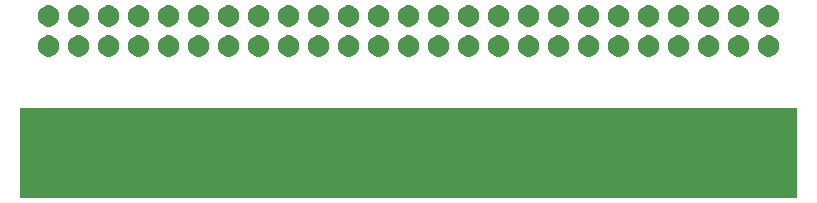
<source format=gbr>
G04 #@! TF.GenerationSoftware,KiCad,Pcbnew,(5.1.5-0-10_14)*
G04 #@! TF.CreationDate,2021-02-08T21:24:19-05:00*
G04 #@! TF.ProjectId,apple-ii-breadboard-card,6170706c-652d-4696-992d-627265616462,1.1*
G04 #@! TF.SameCoordinates,Original*
G04 #@! TF.FileFunction,Soldermask,Bot*
G04 #@! TF.FilePolarity,Negative*
%FSLAX46Y46*%
G04 Gerber Fmt 4.6, Leading zero omitted, Abs format (unit mm)*
G04 Created by KiCad (PCBNEW (5.1.5-0-10_14)) date 2021-02-08 21:24:19*
%MOMM*%
%LPD*%
G04 APERTURE LIST*
%ADD10C,0.100000*%
G04 APERTURE END LIST*
D10*
G36*
X233553000Y-124587000D02*
G01*
X232537000Y-124587000D01*
X232537000Y-132207000D01*
X233553000Y-132207000D01*
X233553000Y-124587000D01*
G37*
G36*
X167767000Y-124587000D02*
G01*
X167767000Y-132207000D01*
X168783000Y-132207000D01*
X168783000Y-124587000D01*
X167767000Y-124587000D01*
G37*
G36*
X232537000Y-132207000D02*
G01*
X168783000Y-132207000D01*
X168783000Y-124587000D01*
X232537000Y-124587000D01*
X232537000Y-132207000D01*
G37*
G36*
X200773512Y-118483927D02*
G01*
X200922812Y-118513624D01*
X201086784Y-118581544D01*
X201234354Y-118680147D01*
X201359853Y-118805646D01*
X201458456Y-118953216D01*
X201526376Y-119117188D01*
X201561000Y-119291259D01*
X201561000Y-119468741D01*
X201526376Y-119642812D01*
X201458456Y-119806784D01*
X201359853Y-119954354D01*
X201234354Y-120079853D01*
X201086784Y-120178456D01*
X200922812Y-120246376D01*
X200773512Y-120276073D01*
X200748742Y-120281000D01*
X200571258Y-120281000D01*
X200546488Y-120276073D01*
X200397188Y-120246376D01*
X200233216Y-120178456D01*
X200085646Y-120079853D01*
X199960147Y-119954354D01*
X199861544Y-119806784D01*
X199793624Y-119642812D01*
X199759000Y-119468741D01*
X199759000Y-119291259D01*
X199793624Y-119117188D01*
X199861544Y-118953216D01*
X199960147Y-118805646D01*
X200085646Y-118680147D01*
X200233216Y-118581544D01*
X200397188Y-118513624D01*
X200546488Y-118483927D01*
X200571258Y-118479000D01*
X200748742Y-118479000D01*
X200773512Y-118483927D01*
G37*
G36*
X231253512Y-118483927D02*
G01*
X231402812Y-118513624D01*
X231566784Y-118581544D01*
X231714354Y-118680147D01*
X231839853Y-118805646D01*
X231938456Y-118953216D01*
X232006376Y-119117188D01*
X232041000Y-119291259D01*
X232041000Y-119468741D01*
X232006376Y-119642812D01*
X231938456Y-119806784D01*
X231839853Y-119954354D01*
X231714354Y-120079853D01*
X231566784Y-120178456D01*
X231402812Y-120246376D01*
X231253512Y-120276073D01*
X231228742Y-120281000D01*
X231051258Y-120281000D01*
X231026488Y-120276073D01*
X230877188Y-120246376D01*
X230713216Y-120178456D01*
X230565646Y-120079853D01*
X230440147Y-119954354D01*
X230341544Y-119806784D01*
X230273624Y-119642812D01*
X230239000Y-119468741D01*
X230239000Y-119291259D01*
X230273624Y-119117188D01*
X230341544Y-118953216D01*
X230440147Y-118805646D01*
X230565646Y-118680147D01*
X230713216Y-118581544D01*
X230877188Y-118513624D01*
X231026488Y-118483927D01*
X231051258Y-118479000D01*
X231228742Y-118479000D01*
X231253512Y-118483927D01*
G37*
G36*
X228713512Y-118483927D02*
G01*
X228862812Y-118513624D01*
X229026784Y-118581544D01*
X229174354Y-118680147D01*
X229299853Y-118805646D01*
X229398456Y-118953216D01*
X229466376Y-119117188D01*
X229501000Y-119291259D01*
X229501000Y-119468741D01*
X229466376Y-119642812D01*
X229398456Y-119806784D01*
X229299853Y-119954354D01*
X229174354Y-120079853D01*
X229026784Y-120178456D01*
X228862812Y-120246376D01*
X228713512Y-120276073D01*
X228688742Y-120281000D01*
X228511258Y-120281000D01*
X228486488Y-120276073D01*
X228337188Y-120246376D01*
X228173216Y-120178456D01*
X228025646Y-120079853D01*
X227900147Y-119954354D01*
X227801544Y-119806784D01*
X227733624Y-119642812D01*
X227699000Y-119468741D01*
X227699000Y-119291259D01*
X227733624Y-119117188D01*
X227801544Y-118953216D01*
X227900147Y-118805646D01*
X228025646Y-118680147D01*
X228173216Y-118581544D01*
X228337188Y-118513624D01*
X228486488Y-118483927D01*
X228511258Y-118479000D01*
X228688742Y-118479000D01*
X228713512Y-118483927D01*
G37*
G36*
X226173512Y-118483927D02*
G01*
X226322812Y-118513624D01*
X226486784Y-118581544D01*
X226634354Y-118680147D01*
X226759853Y-118805646D01*
X226858456Y-118953216D01*
X226926376Y-119117188D01*
X226961000Y-119291259D01*
X226961000Y-119468741D01*
X226926376Y-119642812D01*
X226858456Y-119806784D01*
X226759853Y-119954354D01*
X226634354Y-120079853D01*
X226486784Y-120178456D01*
X226322812Y-120246376D01*
X226173512Y-120276073D01*
X226148742Y-120281000D01*
X225971258Y-120281000D01*
X225946488Y-120276073D01*
X225797188Y-120246376D01*
X225633216Y-120178456D01*
X225485646Y-120079853D01*
X225360147Y-119954354D01*
X225261544Y-119806784D01*
X225193624Y-119642812D01*
X225159000Y-119468741D01*
X225159000Y-119291259D01*
X225193624Y-119117188D01*
X225261544Y-118953216D01*
X225360147Y-118805646D01*
X225485646Y-118680147D01*
X225633216Y-118581544D01*
X225797188Y-118513624D01*
X225946488Y-118483927D01*
X225971258Y-118479000D01*
X226148742Y-118479000D01*
X226173512Y-118483927D01*
G37*
G36*
X223633512Y-118483927D02*
G01*
X223782812Y-118513624D01*
X223946784Y-118581544D01*
X224094354Y-118680147D01*
X224219853Y-118805646D01*
X224318456Y-118953216D01*
X224386376Y-119117188D01*
X224421000Y-119291259D01*
X224421000Y-119468741D01*
X224386376Y-119642812D01*
X224318456Y-119806784D01*
X224219853Y-119954354D01*
X224094354Y-120079853D01*
X223946784Y-120178456D01*
X223782812Y-120246376D01*
X223633512Y-120276073D01*
X223608742Y-120281000D01*
X223431258Y-120281000D01*
X223406488Y-120276073D01*
X223257188Y-120246376D01*
X223093216Y-120178456D01*
X222945646Y-120079853D01*
X222820147Y-119954354D01*
X222721544Y-119806784D01*
X222653624Y-119642812D01*
X222619000Y-119468741D01*
X222619000Y-119291259D01*
X222653624Y-119117188D01*
X222721544Y-118953216D01*
X222820147Y-118805646D01*
X222945646Y-118680147D01*
X223093216Y-118581544D01*
X223257188Y-118513624D01*
X223406488Y-118483927D01*
X223431258Y-118479000D01*
X223608742Y-118479000D01*
X223633512Y-118483927D01*
G37*
G36*
X221093512Y-118483927D02*
G01*
X221242812Y-118513624D01*
X221406784Y-118581544D01*
X221554354Y-118680147D01*
X221679853Y-118805646D01*
X221778456Y-118953216D01*
X221846376Y-119117188D01*
X221881000Y-119291259D01*
X221881000Y-119468741D01*
X221846376Y-119642812D01*
X221778456Y-119806784D01*
X221679853Y-119954354D01*
X221554354Y-120079853D01*
X221406784Y-120178456D01*
X221242812Y-120246376D01*
X221093512Y-120276073D01*
X221068742Y-120281000D01*
X220891258Y-120281000D01*
X220866488Y-120276073D01*
X220717188Y-120246376D01*
X220553216Y-120178456D01*
X220405646Y-120079853D01*
X220280147Y-119954354D01*
X220181544Y-119806784D01*
X220113624Y-119642812D01*
X220079000Y-119468741D01*
X220079000Y-119291259D01*
X220113624Y-119117188D01*
X220181544Y-118953216D01*
X220280147Y-118805646D01*
X220405646Y-118680147D01*
X220553216Y-118581544D01*
X220717188Y-118513624D01*
X220866488Y-118483927D01*
X220891258Y-118479000D01*
X221068742Y-118479000D01*
X221093512Y-118483927D01*
G37*
G36*
X218553512Y-118483927D02*
G01*
X218702812Y-118513624D01*
X218866784Y-118581544D01*
X219014354Y-118680147D01*
X219139853Y-118805646D01*
X219238456Y-118953216D01*
X219306376Y-119117188D01*
X219341000Y-119291259D01*
X219341000Y-119468741D01*
X219306376Y-119642812D01*
X219238456Y-119806784D01*
X219139853Y-119954354D01*
X219014354Y-120079853D01*
X218866784Y-120178456D01*
X218702812Y-120246376D01*
X218553512Y-120276073D01*
X218528742Y-120281000D01*
X218351258Y-120281000D01*
X218326488Y-120276073D01*
X218177188Y-120246376D01*
X218013216Y-120178456D01*
X217865646Y-120079853D01*
X217740147Y-119954354D01*
X217641544Y-119806784D01*
X217573624Y-119642812D01*
X217539000Y-119468741D01*
X217539000Y-119291259D01*
X217573624Y-119117188D01*
X217641544Y-118953216D01*
X217740147Y-118805646D01*
X217865646Y-118680147D01*
X218013216Y-118581544D01*
X218177188Y-118513624D01*
X218326488Y-118483927D01*
X218351258Y-118479000D01*
X218528742Y-118479000D01*
X218553512Y-118483927D01*
G37*
G36*
X216013512Y-118483927D02*
G01*
X216162812Y-118513624D01*
X216326784Y-118581544D01*
X216474354Y-118680147D01*
X216599853Y-118805646D01*
X216698456Y-118953216D01*
X216766376Y-119117188D01*
X216801000Y-119291259D01*
X216801000Y-119468741D01*
X216766376Y-119642812D01*
X216698456Y-119806784D01*
X216599853Y-119954354D01*
X216474354Y-120079853D01*
X216326784Y-120178456D01*
X216162812Y-120246376D01*
X216013512Y-120276073D01*
X215988742Y-120281000D01*
X215811258Y-120281000D01*
X215786488Y-120276073D01*
X215637188Y-120246376D01*
X215473216Y-120178456D01*
X215325646Y-120079853D01*
X215200147Y-119954354D01*
X215101544Y-119806784D01*
X215033624Y-119642812D01*
X214999000Y-119468741D01*
X214999000Y-119291259D01*
X215033624Y-119117188D01*
X215101544Y-118953216D01*
X215200147Y-118805646D01*
X215325646Y-118680147D01*
X215473216Y-118581544D01*
X215637188Y-118513624D01*
X215786488Y-118483927D01*
X215811258Y-118479000D01*
X215988742Y-118479000D01*
X216013512Y-118483927D01*
G37*
G36*
X213473512Y-118483927D02*
G01*
X213622812Y-118513624D01*
X213786784Y-118581544D01*
X213934354Y-118680147D01*
X214059853Y-118805646D01*
X214158456Y-118953216D01*
X214226376Y-119117188D01*
X214261000Y-119291259D01*
X214261000Y-119468741D01*
X214226376Y-119642812D01*
X214158456Y-119806784D01*
X214059853Y-119954354D01*
X213934354Y-120079853D01*
X213786784Y-120178456D01*
X213622812Y-120246376D01*
X213473512Y-120276073D01*
X213448742Y-120281000D01*
X213271258Y-120281000D01*
X213246488Y-120276073D01*
X213097188Y-120246376D01*
X212933216Y-120178456D01*
X212785646Y-120079853D01*
X212660147Y-119954354D01*
X212561544Y-119806784D01*
X212493624Y-119642812D01*
X212459000Y-119468741D01*
X212459000Y-119291259D01*
X212493624Y-119117188D01*
X212561544Y-118953216D01*
X212660147Y-118805646D01*
X212785646Y-118680147D01*
X212933216Y-118581544D01*
X213097188Y-118513624D01*
X213246488Y-118483927D01*
X213271258Y-118479000D01*
X213448742Y-118479000D01*
X213473512Y-118483927D01*
G37*
G36*
X210933512Y-118483927D02*
G01*
X211082812Y-118513624D01*
X211246784Y-118581544D01*
X211394354Y-118680147D01*
X211519853Y-118805646D01*
X211618456Y-118953216D01*
X211686376Y-119117188D01*
X211721000Y-119291259D01*
X211721000Y-119468741D01*
X211686376Y-119642812D01*
X211618456Y-119806784D01*
X211519853Y-119954354D01*
X211394354Y-120079853D01*
X211246784Y-120178456D01*
X211082812Y-120246376D01*
X210933512Y-120276073D01*
X210908742Y-120281000D01*
X210731258Y-120281000D01*
X210706488Y-120276073D01*
X210557188Y-120246376D01*
X210393216Y-120178456D01*
X210245646Y-120079853D01*
X210120147Y-119954354D01*
X210021544Y-119806784D01*
X209953624Y-119642812D01*
X209919000Y-119468741D01*
X209919000Y-119291259D01*
X209953624Y-119117188D01*
X210021544Y-118953216D01*
X210120147Y-118805646D01*
X210245646Y-118680147D01*
X210393216Y-118581544D01*
X210557188Y-118513624D01*
X210706488Y-118483927D01*
X210731258Y-118479000D01*
X210908742Y-118479000D01*
X210933512Y-118483927D01*
G37*
G36*
X208393512Y-118483927D02*
G01*
X208542812Y-118513624D01*
X208706784Y-118581544D01*
X208854354Y-118680147D01*
X208979853Y-118805646D01*
X209078456Y-118953216D01*
X209146376Y-119117188D01*
X209181000Y-119291259D01*
X209181000Y-119468741D01*
X209146376Y-119642812D01*
X209078456Y-119806784D01*
X208979853Y-119954354D01*
X208854354Y-120079853D01*
X208706784Y-120178456D01*
X208542812Y-120246376D01*
X208393512Y-120276073D01*
X208368742Y-120281000D01*
X208191258Y-120281000D01*
X208166488Y-120276073D01*
X208017188Y-120246376D01*
X207853216Y-120178456D01*
X207705646Y-120079853D01*
X207580147Y-119954354D01*
X207481544Y-119806784D01*
X207413624Y-119642812D01*
X207379000Y-119468741D01*
X207379000Y-119291259D01*
X207413624Y-119117188D01*
X207481544Y-118953216D01*
X207580147Y-118805646D01*
X207705646Y-118680147D01*
X207853216Y-118581544D01*
X208017188Y-118513624D01*
X208166488Y-118483927D01*
X208191258Y-118479000D01*
X208368742Y-118479000D01*
X208393512Y-118483927D01*
G37*
G36*
X205853512Y-118483927D02*
G01*
X206002812Y-118513624D01*
X206166784Y-118581544D01*
X206314354Y-118680147D01*
X206439853Y-118805646D01*
X206538456Y-118953216D01*
X206606376Y-119117188D01*
X206641000Y-119291259D01*
X206641000Y-119468741D01*
X206606376Y-119642812D01*
X206538456Y-119806784D01*
X206439853Y-119954354D01*
X206314354Y-120079853D01*
X206166784Y-120178456D01*
X206002812Y-120246376D01*
X205853512Y-120276073D01*
X205828742Y-120281000D01*
X205651258Y-120281000D01*
X205626488Y-120276073D01*
X205477188Y-120246376D01*
X205313216Y-120178456D01*
X205165646Y-120079853D01*
X205040147Y-119954354D01*
X204941544Y-119806784D01*
X204873624Y-119642812D01*
X204839000Y-119468741D01*
X204839000Y-119291259D01*
X204873624Y-119117188D01*
X204941544Y-118953216D01*
X205040147Y-118805646D01*
X205165646Y-118680147D01*
X205313216Y-118581544D01*
X205477188Y-118513624D01*
X205626488Y-118483927D01*
X205651258Y-118479000D01*
X205828742Y-118479000D01*
X205853512Y-118483927D01*
G37*
G36*
X203313512Y-118483927D02*
G01*
X203462812Y-118513624D01*
X203626784Y-118581544D01*
X203774354Y-118680147D01*
X203899853Y-118805646D01*
X203998456Y-118953216D01*
X204066376Y-119117188D01*
X204101000Y-119291259D01*
X204101000Y-119468741D01*
X204066376Y-119642812D01*
X203998456Y-119806784D01*
X203899853Y-119954354D01*
X203774354Y-120079853D01*
X203626784Y-120178456D01*
X203462812Y-120246376D01*
X203313512Y-120276073D01*
X203288742Y-120281000D01*
X203111258Y-120281000D01*
X203086488Y-120276073D01*
X202937188Y-120246376D01*
X202773216Y-120178456D01*
X202625646Y-120079853D01*
X202500147Y-119954354D01*
X202401544Y-119806784D01*
X202333624Y-119642812D01*
X202299000Y-119468741D01*
X202299000Y-119291259D01*
X202333624Y-119117188D01*
X202401544Y-118953216D01*
X202500147Y-118805646D01*
X202625646Y-118680147D01*
X202773216Y-118581544D01*
X202937188Y-118513624D01*
X203086488Y-118483927D01*
X203111258Y-118479000D01*
X203288742Y-118479000D01*
X203313512Y-118483927D01*
G37*
G36*
X198233512Y-118483927D02*
G01*
X198382812Y-118513624D01*
X198546784Y-118581544D01*
X198694354Y-118680147D01*
X198819853Y-118805646D01*
X198918456Y-118953216D01*
X198986376Y-119117188D01*
X199021000Y-119291259D01*
X199021000Y-119468741D01*
X198986376Y-119642812D01*
X198918456Y-119806784D01*
X198819853Y-119954354D01*
X198694354Y-120079853D01*
X198546784Y-120178456D01*
X198382812Y-120246376D01*
X198233512Y-120276073D01*
X198208742Y-120281000D01*
X198031258Y-120281000D01*
X198006488Y-120276073D01*
X197857188Y-120246376D01*
X197693216Y-120178456D01*
X197545646Y-120079853D01*
X197420147Y-119954354D01*
X197321544Y-119806784D01*
X197253624Y-119642812D01*
X197219000Y-119468741D01*
X197219000Y-119291259D01*
X197253624Y-119117188D01*
X197321544Y-118953216D01*
X197420147Y-118805646D01*
X197545646Y-118680147D01*
X197693216Y-118581544D01*
X197857188Y-118513624D01*
X198006488Y-118483927D01*
X198031258Y-118479000D01*
X198208742Y-118479000D01*
X198233512Y-118483927D01*
G37*
G36*
X195693512Y-118483927D02*
G01*
X195842812Y-118513624D01*
X196006784Y-118581544D01*
X196154354Y-118680147D01*
X196279853Y-118805646D01*
X196378456Y-118953216D01*
X196446376Y-119117188D01*
X196481000Y-119291259D01*
X196481000Y-119468741D01*
X196446376Y-119642812D01*
X196378456Y-119806784D01*
X196279853Y-119954354D01*
X196154354Y-120079853D01*
X196006784Y-120178456D01*
X195842812Y-120246376D01*
X195693512Y-120276073D01*
X195668742Y-120281000D01*
X195491258Y-120281000D01*
X195466488Y-120276073D01*
X195317188Y-120246376D01*
X195153216Y-120178456D01*
X195005646Y-120079853D01*
X194880147Y-119954354D01*
X194781544Y-119806784D01*
X194713624Y-119642812D01*
X194679000Y-119468741D01*
X194679000Y-119291259D01*
X194713624Y-119117188D01*
X194781544Y-118953216D01*
X194880147Y-118805646D01*
X195005646Y-118680147D01*
X195153216Y-118581544D01*
X195317188Y-118513624D01*
X195466488Y-118483927D01*
X195491258Y-118479000D01*
X195668742Y-118479000D01*
X195693512Y-118483927D01*
G37*
G36*
X193153512Y-118483927D02*
G01*
X193302812Y-118513624D01*
X193466784Y-118581544D01*
X193614354Y-118680147D01*
X193739853Y-118805646D01*
X193838456Y-118953216D01*
X193906376Y-119117188D01*
X193941000Y-119291259D01*
X193941000Y-119468741D01*
X193906376Y-119642812D01*
X193838456Y-119806784D01*
X193739853Y-119954354D01*
X193614354Y-120079853D01*
X193466784Y-120178456D01*
X193302812Y-120246376D01*
X193153512Y-120276073D01*
X193128742Y-120281000D01*
X192951258Y-120281000D01*
X192926488Y-120276073D01*
X192777188Y-120246376D01*
X192613216Y-120178456D01*
X192465646Y-120079853D01*
X192340147Y-119954354D01*
X192241544Y-119806784D01*
X192173624Y-119642812D01*
X192139000Y-119468741D01*
X192139000Y-119291259D01*
X192173624Y-119117188D01*
X192241544Y-118953216D01*
X192340147Y-118805646D01*
X192465646Y-118680147D01*
X192613216Y-118581544D01*
X192777188Y-118513624D01*
X192926488Y-118483927D01*
X192951258Y-118479000D01*
X193128742Y-118479000D01*
X193153512Y-118483927D01*
G37*
G36*
X190613512Y-118483927D02*
G01*
X190762812Y-118513624D01*
X190926784Y-118581544D01*
X191074354Y-118680147D01*
X191199853Y-118805646D01*
X191298456Y-118953216D01*
X191366376Y-119117188D01*
X191401000Y-119291259D01*
X191401000Y-119468741D01*
X191366376Y-119642812D01*
X191298456Y-119806784D01*
X191199853Y-119954354D01*
X191074354Y-120079853D01*
X190926784Y-120178456D01*
X190762812Y-120246376D01*
X190613512Y-120276073D01*
X190588742Y-120281000D01*
X190411258Y-120281000D01*
X190386488Y-120276073D01*
X190237188Y-120246376D01*
X190073216Y-120178456D01*
X189925646Y-120079853D01*
X189800147Y-119954354D01*
X189701544Y-119806784D01*
X189633624Y-119642812D01*
X189599000Y-119468741D01*
X189599000Y-119291259D01*
X189633624Y-119117188D01*
X189701544Y-118953216D01*
X189800147Y-118805646D01*
X189925646Y-118680147D01*
X190073216Y-118581544D01*
X190237188Y-118513624D01*
X190386488Y-118483927D01*
X190411258Y-118479000D01*
X190588742Y-118479000D01*
X190613512Y-118483927D01*
G37*
G36*
X188073512Y-118483927D02*
G01*
X188222812Y-118513624D01*
X188386784Y-118581544D01*
X188534354Y-118680147D01*
X188659853Y-118805646D01*
X188758456Y-118953216D01*
X188826376Y-119117188D01*
X188861000Y-119291259D01*
X188861000Y-119468741D01*
X188826376Y-119642812D01*
X188758456Y-119806784D01*
X188659853Y-119954354D01*
X188534354Y-120079853D01*
X188386784Y-120178456D01*
X188222812Y-120246376D01*
X188073512Y-120276073D01*
X188048742Y-120281000D01*
X187871258Y-120281000D01*
X187846488Y-120276073D01*
X187697188Y-120246376D01*
X187533216Y-120178456D01*
X187385646Y-120079853D01*
X187260147Y-119954354D01*
X187161544Y-119806784D01*
X187093624Y-119642812D01*
X187059000Y-119468741D01*
X187059000Y-119291259D01*
X187093624Y-119117188D01*
X187161544Y-118953216D01*
X187260147Y-118805646D01*
X187385646Y-118680147D01*
X187533216Y-118581544D01*
X187697188Y-118513624D01*
X187846488Y-118483927D01*
X187871258Y-118479000D01*
X188048742Y-118479000D01*
X188073512Y-118483927D01*
G37*
G36*
X185533512Y-118483927D02*
G01*
X185682812Y-118513624D01*
X185846784Y-118581544D01*
X185994354Y-118680147D01*
X186119853Y-118805646D01*
X186218456Y-118953216D01*
X186286376Y-119117188D01*
X186321000Y-119291259D01*
X186321000Y-119468741D01*
X186286376Y-119642812D01*
X186218456Y-119806784D01*
X186119853Y-119954354D01*
X185994354Y-120079853D01*
X185846784Y-120178456D01*
X185682812Y-120246376D01*
X185533512Y-120276073D01*
X185508742Y-120281000D01*
X185331258Y-120281000D01*
X185306488Y-120276073D01*
X185157188Y-120246376D01*
X184993216Y-120178456D01*
X184845646Y-120079853D01*
X184720147Y-119954354D01*
X184621544Y-119806784D01*
X184553624Y-119642812D01*
X184519000Y-119468741D01*
X184519000Y-119291259D01*
X184553624Y-119117188D01*
X184621544Y-118953216D01*
X184720147Y-118805646D01*
X184845646Y-118680147D01*
X184993216Y-118581544D01*
X185157188Y-118513624D01*
X185306488Y-118483927D01*
X185331258Y-118479000D01*
X185508742Y-118479000D01*
X185533512Y-118483927D01*
G37*
G36*
X182993512Y-118483927D02*
G01*
X183142812Y-118513624D01*
X183306784Y-118581544D01*
X183454354Y-118680147D01*
X183579853Y-118805646D01*
X183678456Y-118953216D01*
X183746376Y-119117188D01*
X183781000Y-119291259D01*
X183781000Y-119468741D01*
X183746376Y-119642812D01*
X183678456Y-119806784D01*
X183579853Y-119954354D01*
X183454354Y-120079853D01*
X183306784Y-120178456D01*
X183142812Y-120246376D01*
X182993512Y-120276073D01*
X182968742Y-120281000D01*
X182791258Y-120281000D01*
X182766488Y-120276073D01*
X182617188Y-120246376D01*
X182453216Y-120178456D01*
X182305646Y-120079853D01*
X182180147Y-119954354D01*
X182081544Y-119806784D01*
X182013624Y-119642812D01*
X181979000Y-119468741D01*
X181979000Y-119291259D01*
X182013624Y-119117188D01*
X182081544Y-118953216D01*
X182180147Y-118805646D01*
X182305646Y-118680147D01*
X182453216Y-118581544D01*
X182617188Y-118513624D01*
X182766488Y-118483927D01*
X182791258Y-118479000D01*
X182968742Y-118479000D01*
X182993512Y-118483927D01*
G37*
G36*
X180453512Y-118483927D02*
G01*
X180602812Y-118513624D01*
X180766784Y-118581544D01*
X180914354Y-118680147D01*
X181039853Y-118805646D01*
X181138456Y-118953216D01*
X181206376Y-119117188D01*
X181241000Y-119291259D01*
X181241000Y-119468741D01*
X181206376Y-119642812D01*
X181138456Y-119806784D01*
X181039853Y-119954354D01*
X180914354Y-120079853D01*
X180766784Y-120178456D01*
X180602812Y-120246376D01*
X180453512Y-120276073D01*
X180428742Y-120281000D01*
X180251258Y-120281000D01*
X180226488Y-120276073D01*
X180077188Y-120246376D01*
X179913216Y-120178456D01*
X179765646Y-120079853D01*
X179640147Y-119954354D01*
X179541544Y-119806784D01*
X179473624Y-119642812D01*
X179439000Y-119468741D01*
X179439000Y-119291259D01*
X179473624Y-119117188D01*
X179541544Y-118953216D01*
X179640147Y-118805646D01*
X179765646Y-118680147D01*
X179913216Y-118581544D01*
X180077188Y-118513624D01*
X180226488Y-118483927D01*
X180251258Y-118479000D01*
X180428742Y-118479000D01*
X180453512Y-118483927D01*
G37*
G36*
X177913512Y-118483927D02*
G01*
X178062812Y-118513624D01*
X178226784Y-118581544D01*
X178374354Y-118680147D01*
X178499853Y-118805646D01*
X178598456Y-118953216D01*
X178666376Y-119117188D01*
X178701000Y-119291259D01*
X178701000Y-119468741D01*
X178666376Y-119642812D01*
X178598456Y-119806784D01*
X178499853Y-119954354D01*
X178374354Y-120079853D01*
X178226784Y-120178456D01*
X178062812Y-120246376D01*
X177913512Y-120276073D01*
X177888742Y-120281000D01*
X177711258Y-120281000D01*
X177686488Y-120276073D01*
X177537188Y-120246376D01*
X177373216Y-120178456D01*
X177225646Y-120079853D01*
X177100147Y-119954354D01*
X177001544Y-119806784D01*
X176933624Y-119642812D01*
X176899000Y-119468741D01*
X176899000Y-119291259D01*
X176933624Y-119117188D01*
X177001544Y-118953216D01*
X177100147Y-118805646D01*
X177225646Y-118680147D01*
X177373216Y-118581544D01*
X177537188Y-118513624D01*
X177686488Y-118483927D01*
X177711258Y-118479000D01*
X177888742Y-118479000D01*
X177913512Y-118483927D01*
G37*
G36*
X175373512Y-118483927D02*
G01*
X175522812Y-118513624D01*
X175686784Y-118581544D01*
X175834354Y-118680147D01*
X175959853Y-118805646D01*
X176058456Y-118953216D01*
X176126376Y-119117188D01*
X176161000Y-119291259D01*
X176161000Y-119468741D01*
X176126376Y-119642812D01*
X176058456Y-119806784D01*
X175959853Y-119954354D01*
X175834354Y-120079853D01*
X175686784Y-120178456D01*
X175522812Y-120246376D01*
X175373512Y-120276073D01*
X175348742Y-120281000D01*
X175171258Y-120281000D01*
X175146488Y-120276073D01*
X174997188Y-120246376D01*
X174833216Y-120178456D01*
X174685646Y-120079853D01*
X174560147Y-119954354D01*
X174461544Y-119806784D01*
X174393624Y-119642812D01*
X174359000Y-119468741D01*
X174359000Y-119291259D01*
X174393624Y-119117188D01*
X174461544Y-118953216D01*
X174560147Y-118805646D01*
X174685646Y-118680147D01*
X174833216Y-118581544D01*
X174997188Y-118513624D01*
X175146488Y-118483927D01*
X175171258Y-118479000D01*
X175348742Y-118479000D01*
X175373512Y-118483927D01*
G37*
G36*
X172833512Y-118483927D02*
G01*
X172982812Y-118513624D01*
X173146784Y-118581544D01*
X173294354Y-118680147D01*
X173419853Y-118805646D01*
X173518456Y-118953216D01*
X173586376Y-119117188D01*
X173621000Y-119291259D01*
X173621000Y-119468741D01*
X173586376Y-119642812D01*
X173518456Y-119806784D01*
X173419853Y-119954354D01*
X173294354Y-120079853D01*
X173146784Y-120178456D01*
X172982812Y-120246376D01*
X172833512Y-120276073D01*
X172808742Y-120281000D01*
X172631258Y-120281000D01*
X172606488Y-120276073D01*
X172457188Y-120246376D01*
X172293216Y-120178456D01*
X172145646Y-120079853D01*
X172020147Y-119954354D01*
X171921544Y-119806784D01*
X171853624Y-119642812D01*
X171819000Y-119468741D01*
X171819000Y-119291259D01*
X171853624Y-119117188D01*
X171921544Y-118953216D01*
X172020147Y-118805646D01*
X172145646Y-118680147D01*
X172293216Y-118581544D01*
X172457188Y-118513624D01*
X172606488Y-118483927D01*
X172631258Y-118479000D01*
X172808742Y-118479000D01*
X172833512Y-118483927D01*
G37*
G36*
X170293512Y-118483927D02*
G01*
X170442812Y-118513624D01*
X170606784Y-118581544D01*
X170754354Y-118680147D01*
X170879853Y-118805646D01*
X170978456Y-118953216D01*
X171046376Y-119117188D01*
X171081000Y-119291259D01*
X171081000Y-119468741D01*
X171046376Y-119642812D01*
X170978456Y-119806784D01*
X170879853Y-119954354D01*
X170754354Y-120079853D01*
X170606784Y-120178456D01*
X170442812Y-120246376D01*
X170293512Y-120276073D01*
X170268742Y-120281000D01*
X170091258Y-120281000D01*
X170066488Y-120276073D01*
X169917188Y-120246376D01*
X169753216Y-120178456D01*
X169605646Y-120079853D01*
X169480147Y-119954354D01*
X169381544Y-119806784D01*
X169313624Y-119642812D01*
X169279000Y-119468741D01*
X169279000Y-119291259D01*
X169313624Y-119117188D01*
X169381544Y-118953216D01*
X169480147Y-118805646D01*
X169605646Y-118680147D01*
X169753216Y-118581544D01*
X169917188Y-118513624D01*
X170066488Y-118483927D01*
X170091258Y-118479000D01*
X170268742Y-118479000D01*
X170293512Y-118483927D01*
G37*
G36*
X231253512Y-115943927D02*
G01*
X231402812Y-115973624D01*
X231566784Y-116041544D01*
X231714354Y-116140147D01*
X231839853Y-116265646D01*
X231938456Y-116413216D01*
X232006376Y-116577188D01*
X232041000Y-116751259D01*
X232041000Y-116928741D01*
X232006376Y-117102812D01*
X231938456Y-117266784D01*
X231839853Y-117414354D01*
X231714354Y-117539853D01*
X231566784Y-117638456D01*
X231402812Y-117706376D01*
X231253512Y-117736073D01*
X231228742Y-117741000D01*
X231051258Y-117741000D01*
X231026488Y-117736073D01*
X230877188Y-117706376D01*
X230713216Y-117638456D01*
X230565646Y-117539853D01*
X230440147Y-117414354D01*
X230341544Y-117266784D01*
X230273624Y-117102812D01*
X230239000Y-116928741D01*
X230239000Y-116751259D01*
X230273624Y-116577188D01*
X230341544Y-116413216D01*
X230440147Y-116265646D01*
X230565646Y-116140147D01*
X230713216Y-116041544D01*
X230877188Y-115973624D01*
X231026488Y-115943927D01*
X231051258Y-115939000D01*
X231228742Y-115939000D01*
X231253512Y-115943927D01*
G37*
G36*
X198233512Y-115943927D02*
G01*
X198382812Y-115973624D01*
X198546784Y-116041544D01*
X198694354Y-116140147D01*
X198819853Y-116265646D01*
X198918456Y-116413216D01*
X198986376Y-116577188D01*
X199021000Y-116751259D01*
X199021000Y-116928741D01*
X198986376Y-117102812D01*
X198918456Y-117266784D01*
X198819853Y-117414354D01*
X198694354Y-117539853D01*
X198546784Y-117638456D01*
X198382812Y-117706376D01*
X198233512Y-117736073D01*
X198208742Y-117741000D01*
X198031258Y-117741000D01*
X198006488Y-117736073D01*
X197857188Y-117706376D01*
X197693216Y-117638456D01*
X197545646Y-117539853D01*
X197420147Y-117414354D01*
X197321544Y-117266784D01*
X197253624Y-117102812D01*
X197219000Y-116928741D01*
X197219000Y-116751259D01*
X197253624Y-116577188D01*
X197321544Y-116413216D01*
X197420147Y-116265646D01*
X197545646Y-116140147D01*
X197693216Y-116041544D01*
X197857188Y-115973624D01*
X198006488Y-115943927D01*
X198031258Y-115939000D01*
X198208742Y-115939000D01*
X198233512Y-115943927D01*
G37*
G36*
X200773512Y-115943927D02*
G01*
X200922812Y-115973624D01*
X201086784Y-116041544D01*
X201234354Y-116140147D01*
X201359853Y-116265646D01*
X201458456Y-116413216D01*
X201526376Y-116577188D01*
X201561000Y-116751259D01*
X201561000Y-116928741D01*
X201526376Y-117102812D01*
X201458456Y-117266784D01*
X201359853Y-117414354D01*
X201234354Y-117539853D01*
X201086784Y-117638456D01*
X200922812Y-117706376D01*
X200773512Y-117736073D01*
X200748742Y-117741000D01*
X200571258Y-117741000D01*
X200546488Y-117736073D01*
X200397188Y-117706376D01*
X200233216Y-117638456D01*
X200085646Y-117539853D01*
X199960147Y-117414354D01*
X199861544Y-117266784D01*
X199793624Y-117102812D01*
X199759000Y-116928741D01*
X199759000Y-116751259D01*
X199793624Y-116577188D01*
X199861544Y-116413216D01*
X199960147Y-116265646D01*
X200085646Y-116140147D01*
X200233216Y-116041544D01*
X200397188Y-115973624D01*
X200546488Y-115943927D01*
X200571258Y-115939000D01*
X200748742Y-115939000D01*
X200773512Y-115943927D01*
G37*
G36*
X195693512Y-115943927D02*
G01*
X195842812Y-115973624D01*
X196006784Y-116041544D01*
X196154354Y-116140147D01*
X196279853Y-116265646D01*
X196378456Y-116413216D01*
X196446376Y-116577188D01*
X196481000Y-116751259D01*
X196481000Y-116928741D01*
X196446376Y-117102812D01*
X196378456Y-117266784D01*
X196279853Y-117414354D01*
X196154354Y-117539853D01*
X196006784Y-117638456D01*
X195842812Y-117706376D01*
X195693512Y-117736073D01*
X195668742Y-117741000D01*
X195491258Y-117741000D01*
X195466488Y-117736073D01*
X195317188Y-117706376D01*
X195153216Y-117638456D01*
X195005646Y-117539853D01*
X194880147Y-117414354D01*
X194781544Y-117266784D01*
X194713624Y-117102812D01*
X194679000Y-116928741D01*
X194679000Y-116751259D01*
X194713624Y-116577188D01*
X194781544Y-116413216D01*
X194880147Y-116265646D01*
X195005646Y-116140147D01*
X195153216Y-116041544D01*
X195317188Y-115973624D01*
X195466488Y-115943927D01*
X195491258Y-115939000D01*
X195668742Y-115939000D01*
X195693512Y-115943927D01*
G37*
G36*
X203313512Y-115943927D02*
G01*
X203462812Y-115973624D01*
X203626784Y-116041544D01*
X203774354Y-116140147D01*
X203899853Y-116265646D01*
X203998456Y-116413216D01*
X204066376Y-116577188D01*
X204101000Y-116751259D01*
X204101000Y-116928741D01*
X204066376Y-117102812D01*
X203998456Y-117266784D01*
X203899853Y-117414354D01*
X203774354Y-117539853D01*
X203626784Y-117638456D01*
X203462812Y-117706376D01*
X203313512Y-117736073D01*
X203288742Y-117741000D01*
X203111258Y-117741000D01*
X203086488Y-117736073D01*
X202937188Y-117706376D01*
X202773216Y-117638456D01*
X202625646Y-117539853D01*
X202500147Y-117414354D01*
X202401544Y-117266784D01*
X202333624Y-117102812D01*
X202299000Y-116928741D01*
X202299000Y-116751259D01*
X202333624Y-116577188D01*
X202401544Y-116413216D01*
X202500147Y-116265646D01*
X202625646Y-116140147D01*
X202773216Y-116041544D01*
X202937188Y-115973624D01*
X203086488Y-115943927D01*
X203111258Y-115939000D01*
X203288742Y-115939000D01*
X203313512Y-115943927D01*
G37*
G36*
X193153512Y-115943927D02*
G01*
X193302812Y-115973624D01*
X193466784Y-116041544D01*
X193614354Y-116140147D01*
X193739853Y-116265646D01*
X193838456Y-116413216D01*
X193906376Y-116577188D01*
X193941000Y-116751259D01*
X193941000Y-116928741D01*
X193906376Y-117102812D01*
X193838456Y-117266784D01*
X193739853Y-117414354D01*
X193614354Y-117539853D01*
X193466784Y-117638456D01*
X193302812Y-117706376D01*
X193153512Y-117736073D01*
X193128742Y-117741000D01*
X192951258Y-117741000D01*
X192926488Y-117736073D01*
X192777188Y-117706376D01*
X192613216Y-117638456D01*
X192465646Y-117539853D01*
X192340147Y-117414354D01*
X192241544Y-117266784D01*
X192173624Y-117102812D01*
X192139000Y-116928741D01*
X192139000Y-116751259D01*
X192173624Y-116577188D01*
X192241544Y-116413216D01*
X192340147Y-116265646D01*
X192465646Y-116140147D01*
X192613216Y-116041544D01*
X192777188Y-115973624D01*
X192926488Y-115943927D01*
X192951258Y-115939000D01*
X193128742Y-115939000D01*
X193153512Y-115943927D01*
G37*
G36*
X205853512Y-115943927D02*
G01*
X206002812Y-115973624D01*
X206166784Y-116041544D01*
X206314354Y-116140147D01*
X206439853Y-116265646D01*
X206538456Y-116413216D01*
X206606376Y-116577188D01*
X206641000Y-116751259D01*
X206641000Y-116928741D01*
X206606376Y-117102812D01*
X206538456Y-117266784D01*
X206439853Y-117414354D01*
X206314354Y-117539853D01*
X206166784Y-117638456D01*
X206002812Y-117706376D01*
X205853512Y-117736073D01*
X205828742Y-117741000D01*
X205651258Y-117741000D01*
X205626488Y-117736073D01*
X205477188Y-117706376D01*
X205313216Y-117638456D01*
X205165646Y-117539853D01*
X205040147Y-117414354D01*
X204941544Y-117266784D01*
X204873624Y-117102812D01*
X204839000Y-116928741D01*
X204839000Y-116751259D01*
X204873624Y-116577188D01*
X204941544Y-116413216D01*
X205040147Y-116265646D01*
X205165646Y-116140147D01*
X205313216Y-116041544D01*
X205477188Y-115973624D01*
X205626488Y-115943927D01*
X205651258Y-115939000D01*
X205828742Y-115939000D01*
X205853512Y-115943927D01*
G37*
G36*
X190613512Y-115943927D02*
G01*
X190762812Y-115973624D01*
X190926784Y-116041544D01*
X191074354Y-116140147D01*
X191199853Y-116265646D01*
X191298456Y-116413216D01*
X191366376Y-116577188D01*
X191401000Y-116751259D01*
X191401000Y-116928741D01*
X191366376Y-117102812D01*
X191298456Y-117266784D01*
X191199853Y-117414354D01*
X191074354Y-117539853D01*
X190926784Y-117638456D01*
X190762812Y-117706376D01*
X190613512Y-117736073D01*
X190588742Y-117741000D01*
X190411258Y-117741000D01*
X190386488Y-117736073D01*
X190237188Y-117706376D01*
X190073216Y-117638456D01*
X189925646Y-117539853D01*
X189800147Y-117414354D01*
X189701544Y-117266784D01*
X189633624Y-117102812D01*
X189599000Y-116928741D01*
X189599000Y-116751259D01*
X189633624Y-116577188D01*
X189701544Y-116413216D01*
X189800147Y-116265646D01*
X189925646Y-116140147D01*
X190073216Y-116041544D01*
X190237188Y-115973624D01*
X190386488Y-115943927D01*
X190411258Y-115939000D01*
X190588742Y-115939000D01*
X190613512Y-115943927D01*
G37*
G36*
X208393512Y-115943927D02*
G01*
X208542812Y-115973624D01*
X208706784Y-116041544D01*
X208854354Y-116140147D01*
X208979853Y-116265646D01*
X209078456Y-116413216D01*
X209146376Y-116577188D01*
X209181000Y-116751259D01*
X209181000Y-116928741D01*
X209146376Y-117102812D01*
X209078456Y-117266784D01*
X208979853Y-117414354D01*
X208854354Y-117539853D01*
X208706784Y-117638456D01*
X208542812Y-117706376D01*
X208393512Y-117736073D01*
X208368742Y-117741000D01*
X208191258Y-117741000D01*
X208166488Y-117736073D01*
X208017188Y-117706376D01*
X207853216Y-117638456D01*
X207705646Y-117539853D01*
X207580147Y-117414354D01*
X207481544Y-117266784D01*
X207413624Y-117102812D01*
X207379000Y-116928741D01*
X207379000Y-116751259D01*
X207413624Y-116577188D01*
X207481544Y-116413216D01*
X207580147Y-116265646D01*
X207705646Y-116140147D01*
X207853216Y-116041544D01*
X208017188Y-115973624D01*
X208166488Y-115943927D01*
X208191258Y-115939000D01*
X208368742Y-115939000D01*
X208393512Y-115943927D01*
G37*
G36*
X188073512Y-115943927D02*
G01*
X188222812Y-115973624D01*
X188386784Y-116041544D01*
X188534354Y-116140147D01*
X188659853Y-116265646D01*
X188758456Y-116413216D01*
X188826376Y-116577188D01*
X188861000Y-116751259D01*
X188861000Y-116928741D01*
X188826376Y-117102812D01*
X188758456Y-117266784D01*
X188659853Y-117414354D01*
X188534354Y-117539853D01*
X188386784Y-117638456D01*
X188222812Y-117706376D01*
X188073512Y-117736073D01*
X188048742Y-117741000D01*
X187871258Y-117741000D01*
X187846488Y-117736073D01*
X187697188Y-117706376D01*
X187533216Y-117638456D01*
X187385646Y-117539853D01*
X187260147Y-117414354D01*
X187161544Y-117266784D01*
X187093624Y-117102812D01*
X187059000Y-116928741D01*
X187059000Y-116751259D01*
X187093624Y-116577188D01*
X187161544Y-116413216D01*
X187260147Y-116265646D01*
X187385646Y-116140147D01*
X187533216Y-116041544D01*
X187697188Y-115973624D01*
X187846488Y-115943927D01*
X187871258Y-115939000D01*
X188048742Y-115939000D01*
X188073512Y-115943927D01*
G37*
G36*
X210933512Y-115943927D02*
G01*
X211082812Y-115973624D01*
X211246784Y-116041544D01*
X211394354Y-116140147D01*
X211519853Y-116265646D01*
X211618456Y-116413216D01*
X211686376Y-116577188D01*
X211721000Y-116751259D01*
X211721000Y-116928741D01*
X211686376Y-117102812D01*
X211618456Y-117266784D01*
X211519853Y-117414354D01*
X211394354Y-117539853D01*
X211246784Y-117638456D01*
X211082812Y-117706376D01*
X210933512Y-117736073D01*
X210908742Y-117741000D01*
X210731258Y-117741000D01*
X210706488Y-117736073D01*
X210557188Y-117706376D01*
X210393216Y-117638456D01*
X210245646Y-117539853D01*
X210120147Y-117414354D01*
X210021544Y-117266784D01*
X209953624Y-117102812D01*
X209919000Y-116928741D01*
X209919000Y-116751259D01*
X209953624Y-116577188D01*
X210021544Y-116413216D01*
X210120147Y-116265646D01*
X210245646Y-116140147D01*
X210393216Y-116041544D01*
X210557188Y-115973624D01*
X210706488Y-115943927D01*
X210731258Y-115939000D01*
X210908742Y-115939000D01*
X210933512Y-115943927D01*
G37*
G36*
X185533512Y-115943927D02*
G01*
X185682812Y-115973624D01*
X185846784Y-116041544D01*
X185994354Y-116140147D01*
X186119853Y-116265646D01*
X186218456Y-116413216D01*
X186286376Y-116577188D01*
X186321000Y-116751259D01*
X186321000Y-116928741D01*
X186286376Y-117102812D01*
X186218456Y-117266784D01*
X186119853Y-117414354D01*
X185994354Y-117539853D01*
X185846784Y-117638456D01*
X185682812Y-117706376D01*
X185533512Y-117736073D01*
X185508742Y-117741000D01*
X185331258Y-117741000D01*
X185306488Y-117736073D01*
X185157188Y-117706376D01*
X184993216Y-117638456D01*
X184845646Y-117539853D01*
X184720147Y-117414354D01*
X184621544Y-117266784D01*
X184553624Y-117102812D01*
X184519000Y-116928741D01*
X184519000Y-116751259D01*
X184553624Y-116577188D01*
X184621544Y-116413216D01*
X184720147Y-116265646D01*
X184845646Y-116140147D01*
X184993216Y-116041544D01*
X185157188Y-115973624D01*
X185306488Y-115943927D01*
X185331258Y-115939000D01*
X185508742Y-115939000D01*
X185533512Y-115943927D01*
G37*
G36*
X213473512Y-115943927D02*
G01*
X213622812Y-115973624D01*
X213786784Y-116041544D01*
X213934354Y-116140147D01*
X214059853Y-116265646D01*
X214158456Y-116413216D01*
X214226376Y-116577188D01*
X214261000Y-116751259D01*
X214261000Y-116928741D01*
X214226376Y-117102812D01*
X214158456Y-117266784D01*
X214059853Y-117414354D01*
X213934354Y-117539853D01*
X213786784Y-117638456D01*
X213622812Y-117706376D01*
X213473512Y-117736073D01*
X213448742Y-117741000D01*
X213271258Y-117741000D01*
X213246488Y-117736073D01*
X213097188Y-117706376D01*
X212933216Y-117638456D01*
X212785646Y-117539853D01*
X212660147Y-117414354D01*
X212561544Y-117266784D01*
X212493624Y-117102812D01*
X212459000Y-116928741D01*
X212459000Y-116751259D01*
X212493624Y-116577188D01*
X212561544Y-116413216D01*
X212660147Y-116265646D01*
X212785646Y-116140147D01*
X212933216Y-116041544D01*
X213097188Y-115973624D01*
X213246488Y-115943927D01*
X213271258Y-115939000D01*
X213448742Y-115939000D01*
X213473512Y-115943927D01*
G37*
G36*
X182993512Y-115943927D02*
G01*
X183142812Y-115973624D01*
X183306784Y-116041544D01*
X183454354Y-116140147D01*
X183579853Y-116265646D01*
X183678456Y-116413216D01*
X183746376Y-116577188D01*
X183781000Y-116751259D01*
X183781000Y-116928741D01*
X183746376Y-117102812D01*
X183678456Y-117266784D01*
X183579853Y-117414354D01*
X183454354Y-117539853D01*
X183306784Y-117638456D01*
X183142812Y-117706376D01*
X182993512Y-117736073D01*
X182968742Y-117741000D01*
X182791258Y-117741000D01*
X182766488Y-117736073D01*
X182617188Y-117706376D01*
X182453216Y-117638456D01*
X182305646Y-117539853D01*
X182180147Y-117414354D01*
X182081544Y-117266784D01*
X182013624Y-117102812D01*
X181979000Y-116928741D01*
X181979000Y-116751259D01*
X182013624Y-116577188D01*
X182081544Y-116413216D01*
X182180147Y-116265646D01*
X182305646Y-116140147D01*
X182453216Y-116041544D01*
X182617188Y-115973624D01*
X182766488Y-115943927D01*
X182791258Y-115939000D01*
X182968742Y-115939000D01*
X182993512Y-115943927D01*
G37*
G36*
X218553512Y-115943927D02*
G01*
X218702812Y-115973624D01*
X218866784Y-116041544D01*
X219014354Y-116140147D01*
X219139853Y-116265646D01*
X219238456Y-116413216D01*
X219306376Y-116577188D01*
X219341000Y-116751259D01*
X219341000Y-116928741D01*
X219306376Y-117102812D01*
X219238456Y-117266784D01*
X219139853Y-117414354D01*
X219014354Y-117539853D01*
X218866784Y-117638456D01*
X218702812Y-117706376D01*
X218553512Y-117736073D01*
X218528742Y-117741000D01*
X218351258Y-117741000D01*
X218326488Y-117736073D01*
X218177188Y-117706376D01*
X218013216Y-117638456D01*
X217865646Y-117539853D01*
X217740147Y-117414354D01*
X217641544Y-117266784D01*
X217573624Y-117102812D01*
X217539000Y-116928741D01*
X217539000Y-116751259D01*
X217573624Y-116577188D01*
X217641544Y-116413216D01*
X217740147Y-116265646D01*
X217865646Y-116140147D01*
X218013216Y-116041544D01*
X218177188Y-115973624D01*
X218326488Y-115943927D01*
X218351258Y-115939000D01*
X218528742Y-115939000D01*
X218553512Y-115943927D01*
G37*
G36*
X180453512Y-115943927D02*
G01*
X180602812Y-115973624D01*
X180766784Y-116041544D01*
X180914354Y-116140147D01*
X181039853Y-116265646D01*
X181138456Y-116413216D01*
X181206376Y-116577188D01*
X181241000Y-116751259D01*
X181241000Y-116928741D01*
X181206376Y-117102812D01*
X181138456Y-117266784D01*
X181039853Y-117414354D01*
X180914354Y-117539853D01*
X180766784Y-117638456D01*
X180602812Y-117706376D01*
X180453512Y-117736073D01*
X180428742Y-117741000D01*
X180251258Y-117741000D01*
X180226488Y-117736073D01*
X180077188Y-117706376D01*
X179913216Y-117638456D01*
X179765646Y-117539853D01*
X179640147Y-117414354D01*
X179541544Y-117266784D01*
X179473624Y-117102812D01*
X179439000Y-116928741D01*
X179439000Y-116751259D01*
X179473624Y-116577188D01*
X179541544Y-116413216D01*
X179640147Y-116265646D01*
X179765646Y-116140147D01*
X179913216Y-116041544D01*
X180077188Y-115973624D01*
X180226488Y-115943927D01*
X180251258Y-115939000D01*
X180428742Y-115939000D01*
X180453512Y-115943927D01*
G37*
G36*
X221093512Y-115943927D02*
G01*
X221242812Y-115973624D01*
X221406784Y-116041544D01*
X221554354Y-116140147D01*
X221679853Y-116265646D01*
X221778456Y-116413216D01*
X221846376Y-116577188D01*
X221881000Y-116751259D01*
X221881000Y-116928741D01*
X221846376Y-117102812D01*
X221778456Y-117266784D01*
X221679853Y-117414354D01*
X221554354Y-117539853D01*
X221406784Y-117638456D01*
X221242812Y-117706376D01*
X221093512Y-117736073D01*
X221068742Y-117741000D01*
X220891258Y-117741000D01*
X220866488Y-117736073D01*
X220717188Y-117706376D01*
X220553216Y-117638456D01*
X220405646Y-117539853D01*
X220280147Y-117414354D01*
X220181544Y-117266784D01*
X220113624Y-117102812D01*
X220079000Y-116928741D01*
X220079000Y-116751259D01*
X220113624Y-116577188D01*
X220181544Y-116413216D01*
X220280147Y-116265646D01*
X220405646Y-116140147D01*
X220553216Y-116041544D01*
X220717188Y-115973624D01*
X220866488Y-115943927D01*
X220891258Y-115939000D01*
X221068742Y-115939000D01*
X221093512Y-115943927D01*
G37*
G36*
X177913512Y-115943927D02*
G01*
X178062812Y-115973624D01*
X178226784Y-116041544D01*
X178374354Y-116140147D01*
X178499853Y-116265646D01*
X178598456Y-116413216D01*
X178666376Y-116577188D01*
X178701000Y-116751259D01*
X178701000Y-116928741D01*
X178666376Y-117102812D01*
X178598456Y-117266784D01*
X178499853Y-117414354D01*
X178374354Y-117539853D01*
X178226784Y-117638456D01*
X178062812Y-117706376D01*
X177913512Y-117736073D01*
X177888742Y-117741000D01*
X177711258Y-117741000D01*
X177686488Y-117736073D01*
X177537188Y-117706376D01*
X177373216Y-117638456D01*
X177225646Y-117539853D01*
X177100147Y-117414354D01*
X177001544Y-117266784D01*
X176933624Y-117102812D01*
X176899000Y-116928741D01*
X176899000Y-116751259D01*
X176933624Y-116577188D01*
X177001544Y-116413216D01*
X177100147Y-116265646D01*
X177225646Y-116140147D01*
X177373216Y-116041544D01*
X177537188Y-115973624D01*
X177686488Y-115943927D01*
X177711258Y-115939000D01*
X177888742Y-115939000D01*
X177913512Y-115943927D01*
G37*
G36*
X223633512Y-115943927D02*
G01*
X223782812Y-115973624D01*
X223946784Y-116041544D01*
X224094354Y-116140147D01*
X224219853Y-116265646D01*
X224318456Y-116413216D01*
X224386376Y-116577188D01*
X224421000Y-116751259D01*
X224421000Y-116928741D01*
X224386376Y-117102812D01*
X224318456Y-117266784D01*
X224219853Y-117414354D01*
X224094354Y-117539853D01*
X223946784Y-117638456D01*
X223782812Y-117706376D01*
X223633512Y-117736073D01*
X223608742Y-117741000D01*
X223431258Y-117741000D01*
X223406488Y-117736073D01*
X223257188Y-117706376D01*
X223093216Y-117638456D01*
X222945646Y-117539853D01*
X222820147Y-117414354D01*
X222721544Y-117266784D01*
X222653624Y-117102812D01*
X222619000Y-116928741D01*
X222619000Y-116751259D01*
X222653624Y-116577188D01*
X222721544Y-116413216D01*
X222820147Y-116265646D01*
X222945646Y-116140147D01*
X223093216Y-116041544D01*
X223257188Y-115973624D01*
X223406488Y-115943927D01*
X223431258Y-115939000D01*
X223608742Y-115939000D01*
X223633512Y-115943927D01*
G37*
G36*
X175373512Y-115943927D02*
G01*
X175522812Y-115973624D01*
X175686784Y-116041544D01*
X175834354Y-116140147D01*
X175959853Y-116265646D01*
X176058456Y-116413216D01*
X176126376Y-116577188D01*
X176161000Y-116751259D01*
X176161000Y-116928741D01*
X176126376Y-117102812D01*
X176058456Y-117266784D01*
X175959853Y-117414354D01*
X175834354Y-117539853D01*
X175686784Y-117638456D01*
X175522812Y-117706376D01*
X175373512Y-117736073D01*
X175348742Y-117741000D01*
X175171258Y-117741000D01*
X175146488Y-117736073D01*
X174997188Y-117706376D01*
X174833216Y-117638456D01*
X174685646Y-117539853D01*
X174560147Y-117414354D01*
X174461544Y-117266784D01*
X174393624Y-117102812D01*
X174359000Y-116928741D01*
X174359000Y-116751259D01*
X174393624Y-116577188D01*
X174461544Y-116413216D01*
X174560147Y-116265646D01*
X174685646Y-116140147D01*
X174833216Y-116041544D01*
X174997188Y-115973624D01*
X175146488Y-115943927D01*
X175171258Y-115939000D01*
X175348742Y-115939000D01*
X175373512Y-115943927D01*
G37*
G36*
X226173512Y-115943927D02*
G01*
X226322812Y-115973624D01*
X226486784Y-116041544D01*
X226634354Y-116140147D01*
X226759853Y-116265646D01*
X226858456Y-116413216D01*
X226926376Y-116577188D01*
X226961000Y-116751259D01*
X226961000Y-116928741D01*
X226926376Y-117102812D01*
X226858456Y-117266784D01*
X226759853Y-117414354D01*
X226634354Y-117539853D01*
X226486784Y-117638456D01*
X226322812Y-117706376D01*
X226173512Y-117736073D01*
X226148742Y-117741000D01*
X225971258Y-117741000D01*
X225946488Y-117736073D01*
X225797188Y-117706376D01*
X225633216Y-117638456D01*
X225485646Y-117539853D01*
X225360147Y-117414354D01*
X225261544Y-117266784D01*
X225193624Y-117102812D01*
X225159000Y-116928741D01*
X225159000Y-116751259D01*
X225193624Y-116577188D01*
X225261544Y-116413216D01*
X225360147Y-116265646D01*
X225485646Y-116140147D01*
X225633216Y-116041544D01*
X225797188Y-115973624D01*
X225946488Y-115943927D01*
X225971258Y-115939000D01*
X226148742Y-115939000D01*
X226173512Y-115943927D01*
G37*
G36*
X172833512Y-115943927D02*
G01*
X172982812Y-115973624D01*
X173146784Y-116041544D01*
X173294354Y-116140147D01*
X173419853Y-116265646D01*
X173518456Y-116413216D01*
X173586376Y-116577188D01*
X173621000Y-116751259D01*
X173621000Y-116928741D01*
X173586376Y-117102812D01*
X173518456Y-117266784D01*
X173419853Y-117414354D01*
X173294354Y-117539853D01*
X173146784Y-117638456D01*
X172982812Y-117706376D01*
X172833512Y-117736073D01*
X172808742Y-117741000D01*
X172631258Y-117741000D01*
X172606488Y-117736073D01*
X172457188Y-117706376D01*
X172293216Y-117638456D01*
X172145646Y-117539853D01*
X172020147Y-117414354D01*
X171921544Y-117266784D01*
X171853624Y-117102812D01*
X171819000Y-116928741D01*
X171819000Y-116751259D01*
X171853624Y-116577188D01*
X171921544Y-116413216D01*
X172020147Y-116265646D01*
X172145646Y-116140147D01*
X172293216Y-116041544D01*
X172457188Y-115973624D01*
X172606488Y-115943927D01*
X172631258Y-115939000D01*
X172808742Y-115939000D01*
X172833512Y-115943927D01*
G37*
G36*
X228713512Y-115943927D02*
G01*
X228862812Y-115973624D01*
X229026784Y-116041544D01*
X229174354Y-116140147D01*
X229299853Y-116265646D01*
X229398456Y-116413216D01*
X229466376Y-116577188D01*
X229501000Y-116751259D01*
X229501000Y-116928741D01*
X229466376Y-117102812D01*
X229398456Y-117266784D01*
X229299853Y-117414354D01*
X229174354Y-117539853D01*
X229026784Y-117638456D01*
X228862812Y-117706376D01*
X228713512Y-117736073D01*
X228688742Y-117741000D01*
X228511258Y-117741000D01*
X228486488Y-117736073D01*
X228337188Y-117706376D01*
X228173216Y-117638456D01*
X228025646Y-117539853D01*
X227900147Y-117414354D01*
X227801544Y-117266784D01*
X227733624Y-117102812D01*
X227699000Y-116928741D01*
X227699000Y-116751259D01*
X227733624Y-116577188D01*
X227801544Y-116413216D01*
X227900147Y-116265646D01*
X228025646Y-116140147D01*
X228173216Y-116041544D01*
X228337188Y-115973624D01*
X228486488Y-115943927D01*
X228511258Y-115939000D01*
X228688742Y-115939000D01*
X228713512Y-115943927D01*
G37*
G36*
X170293512Y-115943927D02*
G01*
X170442812Y-115973624D01*
X170606784Y-116041544D01*
X170754354Y-116140147D01*
X170879853Y-116265646D01*
X170978456Y-116413216D01*
X171046376Y-116577188D01*
X171081000Y-116751259D01*
X171081000Y-116928741D01*
X171046376Y-117102812D01*
X170978456Y-117266784D01*
X170879853Y-117414354D01*
X170754354Y-117539853D01*
X170606784Y-117638456D01*
X170442812Y-117706376D01*
X170293512Y-117736073D01*
X170268742Y-117741000D01*
X170091258Y-117741000D01*
X170066488Y-117736073D01*
X169917188Y-117706376D01*
X169753216Y-117638456D01*
X169605646Y-117539853D01*
X169480147Y-117414354D01*
X169381544Y-117266784D01*
X169313624Y-117102812D01*
X169279000Y-116928741D01*
X169279000Y-116751259D01*
X169313624Y-116577188D01*
X169381544Y-116413216D01*
X169480147Y-116265646D01*
X169605646Y-116140147D01*
X169753216Y-116041544D01*
X169917188Y-115973624D01*
X170066488Y-115943927D01*
X170091258Y-115939000D01*
X170268742Y-115939000D01*
X170293512Y-115943927D01*
G37*
G36*
X216013512Y-115943927D02*
G01*
X216162812Y-115973624D01*
X216326784Y-116041544D01*
X216474354Y-116140147D01*
X216599853Y-116265646D01*
X216698456Y-116413216D01*
X216766376Y-116577188D01*
X216801000Y-116751259D01*
X216801000Y-116928741D01*
X216766376Y-117102812D01*
X216698456Y-117266784D01*
X216599853Y-117414354D01*
X216474354Y-117539853D01*
X216326784Y-117638456D01*
X216162812Y-117706376D01*
X216013512Y-117736073D01*
X215988742Y-117741000D01*
X215811258Y-117741000D01*
X215786488Y-117736073D01*
X215637188Y-117706376D01*
X215473216Y-117638456D01*
X215325646Y-117539853D01*
X215200147Y-117414354D01*
X215101544Y-117266784D01*
X215033624Y-117102812D01*
X214999000Y-116928741D01*
X214999000Y-116751259D01*
X215033624Y-116577188D01*
X215101544Y-116413216D01*
X215200147Y-116265646D01*
X215325646Y-116140147D01*
X215473216Y-116041544D01*
X215637188Y-115973624D01*
X215786488Y-115943927D01*
X215811258Y-115939000D01*
X215988742Y-115939000D01*
X216013512Y-115943927D01*
G37*
M02*

</source>
